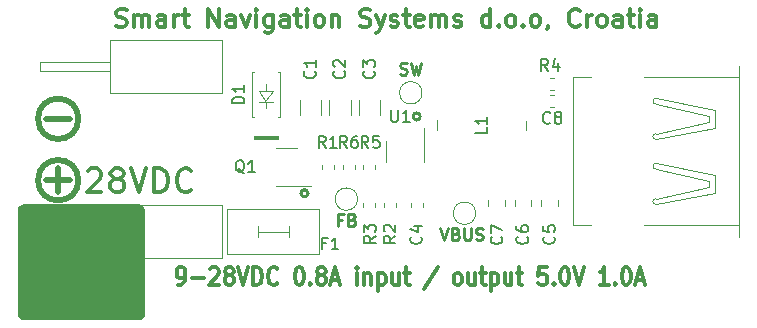
<source format=gto>
G04 #@! TF.GenerationSoftware,KiCad,Pcbnew,5.0.2-bee76a0~70~ubuntu16.04.1*
G04 #@! TF.CreationDate,2019-03-06T23:45:18+01:00*
G04 #@! TF.ProjectId,24VDC_to_USB_voltage_converter,32345644-435f-4746-9f5f-5553425f766f,rev?*
G04 #@! TF.SameCoordinates,Original*
G04 #@! TF.FileFunction,Legend,Top*
G04 #@! TF.FilePolarity,Positive*
%FSLAX46Y46*%
G04 Gerber Fmt 4.6, Leading zero omitted, Abs format (unit mm)*
G04 Created by KiCad (PCBNEW 5.0.2-bee76a0~70~ubuntu16.04.1) date Wed 06 Mar 2019 11:45:18 PM CET*
%MOMM*%
%LPD*%
G01*
G04 APERTURE LIST*
%ADD10C,0.250000*%
%ADD11C,0.200000*%
%ADD12C,0.300000*%
%ADD13C,0.500000*%
%ADD14C,0.120000*%
%ADD15C,0.100000*%
%ADD16C,0.150000*%
G04 APERTURE END LIST*
D10*
X57966666Y-44052380D02*
X58300000Y-45052380D01*
X58633333Y-44052380D01*
X59300000Y-44528571D02*
X59442857Y-44576190D01*
X59490476Y-44623809D01*
X59538095Y-44719047D01*
X59538095Y-44861904D01*
X59490476Y-44957142D01*
X59442857Y-45004761D01*
X59347619Y-45052380D01*
X58966666Y-45052380D01*
X58966666Y-44052380D01*
X59300000Y-44052380D01*
X59395238Y-44100000D01*
X59442857Y-44147619D01*
X59490476Y-44242857D01*
X59490476Y-44338095D01*
X59442857Y-44433333D01*
X59395238Y-44480952D01*
X59300000Y-44528571D01*
X58966666Y-44528571D01*
X59966666Y-44052380D02*
X59966666Y-44861904D01*
X60014285Y-44957142D01*
X60061904Y-45004761D01*
X60157142Y-45052380D01*
X60347619Y-45052380D01*
X60442857Y-45004761D01*
X60490476Y-44957142D01*
X60538095Y-44861904D01*
X60538095Y-44052380D01*
X60966666Y-45004761D02*
X61109523Y-45052380D01*
X61347619Y-45052380D01*
X61442857Y-45004761D01*
X61490476Y-44957142D01*
X61538095Y-44861904D01*
X61538095Y-44766666D01*
X61490476Y-44671428D01*
X61442857Y-44623809D01*
X61347619Y-44576190D01*
X61157142Y-44528571D01*
X61061904Y-44480952D01*
X61014285Y-44433333D01*
X60966666Y-44338095D01*
X60966666Y-44242857D01*
X61014285Y-44147619D01*
X61061904Y-44100000D01*
X61157142Y-44052380D01*
X61395238Y-44052380D01*
X61538095Y-44100000D01*
X49642857Y-43328571D02*
X49309523Y-43328571D01*
X49309523Y-43852380D02*
X49309523Y-42852380D01*
X49785714Y-42852380D01*
X50500000Y-43328571D02*
X50642857Y-43376190D01*
X50690476Y-43423809D01*
X50738095Y-43519047D01*
X50738095Y-43661904D01*
X50690476Y-43757142D01*
X50642857Y-43804761D01*
X50547619Y-43852380D01*
X50166666Y-43852380D01*
X50166666Y-42852380D01*
X50500000Y-42852380D01*
X50595238Y-42900000D01*
X50642857Y-42947619D01*
X50690476Y-43042857D01*
X50690476Y-43138095D01*
X50642857Y-43233333D01*
X50595238Y-43280952D01*
X50500000Y-43328571D01*
X50166666Y-43328571D01*
X54542857Y-31004761D02*
X54685714Y-31052380D01*
X54923809Y-31052380D01*
X55019047Y-31004761D01*
X55066666Y-30957142D01*
X55114285Y-30861904D01*
X55114285Y-30766666D01*
X55066666Y-30671428D01*
X55019047Y-30623809D01*
X54923809Y-30576190D01*
X54733333Y-30528571D01*
X54638095Y-30480952D01*
X54590476Y-30433333D01*
X54542857Y-30338095D01*
X54542857Y-30242857D01*
X54590476Y-30147619D01*
X54638095Y-30100000D01*
X54733333Y-30052380D01*
X54971428Y-30052380D01*
X55114285Y-30100000D01*
X55447619Y-30052380D02*
X55685714Y-31052380D01*
X55876190Y-30338095D01*
X56066666Y-31052380D01*
X56304761Y-30052380D01*
D11*
X56200000Y-34600000D02*
G75*
G03X56200000Y-34600000I-250000J0D01*
G01*
X56303553Y-34600000D02*
G75*
G03X56303553Y-34600000I-353553J0D01*
G01*
X46700000Y-41100000D02*
G75*
G03X46700000Y-41100000I-250000J0D01*
G01*
X46803553Y-41100000D02*
G75*
G03X46803553Y-41100000I-353553J0D01*
G01*
D12*
X35745238Y-48878571D02*
X35992857Y-48878571D01*
X36116666Y-48807142D01*
X36178571Y-48735714D01*
X36302380Y-48521428D01*
X36364285Y-48235714D01*
X36364285Y-47664285D01*
X36302380Y-47521428D01*
X36240476Y-47450000D01*
X36116666Y-47378571D01*
X35869047Y-47378571D01*
X35745238Y-47450000D01*
X35683333Y-47521428D01*
X35621428Y-47664285D01*
X35621428Y-48021428D01*
X35683333Y-48164285D01*
X35745238Y-48235714D01*
X35869047Y-48307142D01*
X36116666Y-48307142D01*
X36240476Y-48235714D01*
X36302380Y-48164285D01*
X36364285Y-48021428D01*
X36921428Y-48307142D02*
X37911904Y-48307142D01*
X38469047Y-47521428D02*
X38530952Y-47450000D01*
X38654761Y-47378571D01*
X38964285Y-47378571D01*
X39088095Y-47450000D01*
X39150000Y-47521428D01*
X39211904Y-47664285D01*
X39211904Y-47807142D01*
X39150000Y-48021428D01*
X38407142Y-48878571D01*
X39211904Y-48878571D01*
X39954761Y-48021428D02*
X39830952Y-47950000D01*
X39769047Y-47878571D01*
X39707142Y-47735714D01*
X39707142Y-47664285D01*
X39769047Y-47521428D01*
X39830952Y-47450000D01*
X39954761Y-47378571D01*
X40202380Y-47378571D01*
X40326190Y-47450000D01*
X40388095Y-47521428D01*
X40450000Y-47664285D01*
X40450000Y-47735714D01*
X40388095Y-47878571D01*
X40326190Y-47950000D01*
X40202380Y-48021428D01*
X39954761Y-48021428D01*
X39830952Y-48092857D01*
X39769047Y-48164285D01*
X39707142Y-48307142D01*
X39707142Y-48592857D01*
X39769047Y-48735714D01*
X39830952Y-48807142D01*
X39954761Y-48878571D01*
X40202380Y-48878571D01*
X40326190Y-48807142D01*
X40388095Y-48735714D01*
X40450000Y-48592857D01*
X40450000Y-48307142D01*
X40388095Y-48164285D01*
X40326190Y-48092857D01*
X40202380Y-48021428D01*
X40821428Y-47378571D02*
X41254761Y-48878571D01*
X41688095Y-47378571D01*
X42121428Y-48878571D02*
X42121428Y-47378571D01*
X42430952Y-47378571D01*
X42616666Y-47450000D01*
X42740476Y-47592857D01*
X42802380Y-47735714D01*
X42864285Y-48021428D01*
X42864285Y-48235714D01*
X42802380Y-48521428D01*
X42740476Y-48664285D01*
X42616666Y-48807142D01*
X42430952Y-48878571D01*
X42121428Y-48878571D01*
X44164285Y-48735714D02*
X44102380Y-48807142D01*
X43916666Y-48878571D01*
X43792857Y-48878571D01*
X43607142Y-48807142D01*
X43483333Y-48664285D01*
X43421428Y-48521428D01*
X43359523Y-48235714D01*
X43359523Y-48021428D01*
X43421428Y-47735714D01*
X43483333Y-47592857D01*
X43607142Y-47450000D01*
X43792857Y-47378571D01*
X43916666Y-47378571D01*
X44102380Y-47450000D01*
X44164285Y-47521428D01*
X45959523Y-47378571D02*
X46083333Y-47378571D01*
X46207142Y-47450000D01*
X46269047Y-47521428D01*
X46330952Y-47664285D01*
X46392857Y-47950000D01*
X46392857Y-48307142D01*
X46330952Y-48592857D01*
X46269047Y-48735714D01*
X46207142Y-48807142D01*
X46083333Y-48878571D01*
X45959523Y-48878571D01*
X45835714Y-48807142D01*
X45773809Y-48735714D01*
X45711904Y-48592857D01*
X45650000Y-48307142D01*
X45650000Y-47950000D01*
X45711904Y-47664285D01*
X45773809Y-47521428D01*
X45835714Y-47450000D01*
X45959523Y-47378571D01*
X46950000Y-48735714D02*
X47011904Y-48807142D01*
X46950000Y-48878571D01*
X46888095Y-48807142D01*
X46950000Y-48735714D01*
X46950000Y-48878571D01*
X47754761Y-48021428D02*
X47630952Y-47950000D01*
X47569047Y-47878571D01*
X47507142Y-47735714D01*
X47507142Y-47664285D01*
X47569047Y-47521428D01*
X47630952Y-47450000D01*
X47754761Y-47378571D01*
X48002380Y-47378571D01*
X48126190Y-47450000D01*
X48188095Y-47521428D01*
X48250000Y-47664285D01*
X48250000Y-47735714D01*
X48188095Y-47878571D01*
X48126190Y-47950000D01*
X48002380Y-48021428D01*
X47754761Y-48021428D01*
X47630952Y-48092857D01*
X47569047Y-48164285D01*
X47507142Y-48307142D01*
X47507142Y-48592857D01*
X47569047Y-48735714D01*
X47630952Y-48807142D01*
X47754761Y-48878571D01*
X48002380Y-48878571D01*
X48126190Y-48807142D01*
X48188095Y-48735714D01*
X48250000Y-48592857D01*
X48250000Y-48307142D01*
X48188095Y-48164285D01*
X48126190Y-48092857D01*
X48002380Y-48021428D01*
X48745238Y-48450000D02*
X49364285Y-48450000D01*
X48621428Y-48878571D02*
X49054761Y-47378571D01*
X49488095Y-48878571D01*
X50911904Y-48878571D02*
X50911904Y-47878571D01*
X50911904Y-47378571D02*
X50850000Y-47450000D01*
X50911904Y-47521428D01*
X50973809Y-47450000D01*
X50911904Y-47378571D01*
X50911904Y-47521428D01*
X51530952Y-47878571D02*
X51530952Y-48878571D01*
X51530952Y-48021428D02*
X51592857Y-47950000D01*
X51716666Y-47878571D01*
X51902380Y-47878571D01*
X52026190Y-47950000D01*
X52088095Y-48092857D01*
X52088095Y-48878571D01*
X52707142Y-47878571D02*
X52707142Y-49378571D01*
X52707142Y-47950000D02*
X52830952Y-47878571D01*
X53078571Y-47878571D01*
X53202380Y-47950000D01*
X53264285Y-48021428D01*
X53326190Y-48164285D01*
X53326190Y-48592857D01*
X53264285Y-48735714D01*
X53202380Y-48807142D01*
X53078571Y-48878571D01*
X52830952Y-48878571D01*
X52707142Y-48807142D01*
X54440476Y-47878571D02*
X54440476Y-48878571D01*
X53883333Y-47878571D02*
X53883333Y-48664285D01*
X53945238Y-48807142D01*
X54069047Y-48878571D01*
X54254761Y-48878571D01*
X54378571Y-48807142D01*
X54440476Y-48735714D01*
X54873809Y-47878571D02*
X55369047Y-47878571D01*
X55059523Y-47378571D02*
X55059523Y-48664285D01*
X55121428Y-48807142D01*
X55245238Y-48878571D01*
X55369047Y-48878571D01*
X57721428Y-47307142D02*
X56607142Y-49235714D01*
X59330952Y-48878571D02*
X59207142Y-48807142D01*
X59145238Y-48735714D01*
X59083333Y-48592857D01*
X59083333Y-48164285D01*
X59145238Y-48021428D01*
X59207142Y-47950000D01*
X59330952Y-47878571D01*
X59516666Y-47878571D01*
X59640476Y-47950000D01*
X59702380Y-48021428D01*
X59764285Y-48164285D01*
X59764285Y-48592857D01*
X59702380Y-48735714D01*
X59640476Y-48807142D01*
X59516666Y-48878571D01*
X59330952Y-48878571D01*
X60878571Y-47878571D02*
X60878571Y-48878571D01*
X60321428Y-47878571D02*
X60321428Y-48664285D01*
X60383333Y-48807142D01*
X60507142Y-48878571D01*
X60692857Y-48878571D01*
X60816666Y-48807142D01*
X60878571Y-48735714D01*
X61311904Y-47878571D02*
X61807142Y-47878571D01*
X61497619Y-47378571D02*
X61497619Y-48664285D01*
X61559523Y-48807142D01*
X61683333Y-48878571D01*
X61807142Y-48878571D01*
X62240476Y-47878571D02*
X62240476Y-49378571D01*
X62240476Y-47950000D02*
X62364285Y-47878571D01*
X62611904Y-47878571D01*
X62735714Y-47950000D01*
X62797619Y-48021428D01*
X62859523Y-48164285D01*
X62859523Y-48592857D01*
X62797619Y-48735714D01*
X62735714Y-48807142D01*
X62611904Y-48878571D01*
X62364285Y-48878571D01*
X62240476Y-48807142D01*
X63973809Y-47878571D02*
X63973809Y-48878571D01*
X63416666Y-47878571D02*
X63416666Y-48664285D01*
X63478571Y-48807142D01*
X63602380Y-48878571D01*
X63788095Y-48878571D01*
X63911904Y-48807142D01*
X63973809Y-48735714D01*
X64407142Y-47878571D02*
X64902380Y-47878571D01*
X64592857Y-47378571D02*
X64592857Y-48664285D01*
X64654761Y-48807142D01*
X64778571Y-48878571D01*
X64902380Y-48878571D01*
X66945238Y-47378571D02*
X66326190Y-47378571D01*
X66264285Y-48092857D01*
X66326190Y-48021428D01*
X66450000Y-47950000D01*
X66759523Y-47950000D01*
X66883333Y-48021428D01*
X66945238Y-48092857D01*
X67007142Y-48235714D01*
X67007142Y-48592857D01*
X66945238Y-48735714D01*
X66883333Y-48807142D01*
X66759523Y-48878571D01*
X66450000Y-48878571D01*
X66326190Y-48807142D01*
X66264285Y-48735714D01*
X67564285Y-48735714D02*
X67626190Y-48807142D01*
X67564285Y-48878571D01*
X67502380Y-48807142D01*
X67564285Y-48735714D01*
X67564285Y-48878571D01*
X68430952Y-47378571D02*
X68554761Y-47378571D01*
X68678571Y-47450000D01*
X68740476Y-47521428D01*
X68802380Y-47664285D01*
X68864285Y-47950000D01*
X68864285Y-48307142D01*
X68802380Y-48592857D01*
X68740476Y-48735714D01*
X68678571Y-48807142D01*
X68554761Y-48878571D01*
X68430952Y-48878571D01*
X68307142Y-48807142D01*
X68245238Y-48735714D01*
X68183333Y-48592857D01*
X68121428Y-48307142D01*
X68121428Y-47950000D01*
X68183333Y-47664285D01*
X68245238Y-47521428D01*
X68307142Y-47450000D01*
X68430952Y-47378571D01*
X69235714Y-47378571D02*
X69669047Y-48878571D01*
X70102380Y-47378571D01*
X72207142Y-48878571D02*
X71464285Y-48878571D01*
X71835714Y-48878571D02*
X71835714Y-47378571D01*
X71711904Y-47592857D01*
X71588095Y-47735714D01*
X71464285Y-47807142D01*
X72764285Y-48735714D02*
X72826190Y-48807142D01*
X72764285Y-48878571D01*
X72702380Y-48807142D01*
X72764285Y-48735714D01*
X72764285Y-48878571D01*
X73630952Y-47378571D02*
X73754761Y-47378571D01*
X73878571Y-47450000D01*
X73940476Y-47521428D01*
X74002380Y-47664285D01*
X74064285Y-47950000D01*
X74064285Y-48307142D01*
X74002380Y-48592857D01*
X73940476Y-48735714D01*
X73878571Y-48807142D01*
X73754761Y-48878571D01*
X73630952Y-48878571D01*
X73507142Y-48807142D01*
X73445238Y-48735714D01*
X73383333Y-48592857D01*
X73321428Y-48307142D01*
X73321428Y-47950000D01*
X73383333Y-47664285D01*
X73445238Y-47521428D01*
X73507142Y-47450000D01*
X73630952Y-47378571D01*
X74559523Y-48450000D02*
X75178571Y-48450000D01*
X74435714Y-48878571D02*
X74869047Y-47378571D01*
X75302380Y-48878571D01*
X28119047Y-39195238D02*
X28214285Y-39100000D01*
X28404761Y-39004761D01*
X28880952Y-39004761D01*
X29071428Y-39100000D01*
X29166666Y-39195238D01*
X29261904Y-39385714D01*
X29261904Y-39576190D01*
X29166666Y-39861904D01*
X28023809Y-41004761D01*
X29261904Y-41004761D01*
X30404761Y-39861904D02*
X30214285Y-39766666D01*
X30119047Y-39671428D01*
X30023809Y-39480952D01*
X30023809Y-39385714D01*
X30119047Y-39195238D01*
X30214285Y-39100000D01*
X30404761Y-39004761D01*
X30785714Y-39004761D01*
X30976190Y-39100000D01*
X31071428Y-39195238D01*
X31166666Y-39385714D01*
X31166666Y-39480952D01*
X31071428Y-39671428D01*
X30976190Y-39766666D01*
X30785714Y-39861904D01*
X30404761Y-39861904D01*
X30214285Y-39957142D01*
X30119047Y-40052380D01*
X30023809Y-40242857D01*
X30023809Y-40623809D01*
X30119047Y-40814285D01*
X30214285Y-40909523D01*
X30404761Y-41004761D01*
X30785714Y-41004761D01*
X30976190Y-40909523D01*
X31071428Y-40814285D01*
X31166666Y-40623809D01*
X31166666Y-40242857D01*
X31071428Y-40052380D01*
X30976190Y-39957142D01*
X30785714Y-39861904D01*
X31738095Y-39004761D02*
X32404761Y-41004761D01*
X33071428Y-39004761D01*
X33738095Y-41004761D02*
X33738095Y-39004761D01*
X34214285Y-39004761D01*
X34500000Y-39100000D01*
X34690476Y-39290476D01*
X34785714Y-39480952D01*
X34880952Y-39861904D01*
X34880952Y-40147619D01*
X34785714Y-40528571D01*
X34690476Y-40719047D01*
X34500000Y-40909523D01*
X34214285Y-41004761D01*
X33738095Y-41004761D01*
X36880952Y-40814285D02*
X36785714Y-40909523D01*
X36500000Y-41004761D01*
X36309523Y-41004761D01*
X36023809Y-40909523D01*
X35833333Y-40719047D01*
X35738095Y-40528571D01*
X35642857Y-40147619D01*
X35642857Y-39861904D01*
X35738095Y-39480952D01*
X35833333Y-39290476D01*
X36023809Y-39100000D01*
X36309523Y-39004761D01*
X36500000Y-39004761D01*
X36785714Y-39100000D01*
X36880952Y-39195238D01*
D13*
X24600000Y-34800000D02*
X26600000Y-34800000D01*
X27308801Y-34800000D02*
G75*
G03X27308801Y-34800000I-1708801J0D01*
G01*
X25600000Y-41000000D02*
X25600000Y-39000000D01*
X27308801Y-40000000D02*
G75*
G03X27308801Y-40000000I-1708801J0D01*
G01*
X24600000Y-40000000D02*
X26600000Y-40000000D01*
D12*
X30532142Y-26932142D02*
X30746428Y-27003571D01*
X31103571Y-27003571D01*
X31246428Y-26932142D01*
X31317857Y-26860714D01*
X31389285Y-26717857D01*
X31389285Y-26575000D01*
X31317857Y-26432142D01*
X31246428Y-26360714D01*
X31103571Y-26289285D01*
X30817857Y-26217857D01*
X30674999Y-26146428D01*
X30603571Y-26075000D01*
X30532142Y-25932142D01*
X30532142Y-25789285D01*
X30603571Y-25646428D01*
X30674999Y-25575000D01*
X30817857Y-25503571D01*
X31174999Y-25503571D01*
X31389285Y-25575000D01*
X32032142Y-27003571D02*
X32032142Y-26003571D01*
X32032142Y-26146428D02*
X32103571Y-26075000D01*
X32246428Y-26003571D01*
X32460714Y-26003571D01*
X32603571Y-26075000D01*
X32674999Y-26217857D01*
X32674999Y-27003571D01*
X32674999Y-26217857D02*
X32746428Y-26075000D01*
X32889285Y-26003571D01*
X33103571Y-26003571D01*
X33246428Y-26075000D01*
X33317857Y-26217857D01*
X33317857Y-27003571D01*
X34674999Y-27003571D02*
X34674999Y-26217857D01*
X34603571Y-26075000D01*
X34460714Y-26003571D01*
X34174999Y-26003571D01*
X34032142Y-26075000D01*
X34674999Y-26932142D02*
X34532142Y-27003571D01*
X34174999Y-27003571D01*
X34032142Y-26932142D01*
X33960714Y-26789285D01*
X33960714Y-26646428D01*
X34032142Y-26503571D01*
X34174999Y-26432142D01*
X34532142Y-26432142D01*
X34674999Y-26360714D01*
X35389285Y-27003571D02*
X35389285Y-26003571D01*
X35389285Y-26289285D02*
X35460714Y-26146428D01*
X35532142Y-26075000D01*
X35674999Y-26003571D01*
X35817857Y-26003571D01*
X36103571Y-26003571D02*
X36675000Y-26003571D01*
X36317857Y-25503571D02*
X36317857Y-26789285D01*
X36389285Y-26932142D01*
X36532142Y-27003571D01*
X36675000Y-27003571D01*
X38317857Y-27003571D02*
X38317857Y-25503571D01*
X39175000Y-27003571D01*
X39175000Y-25503571D01*
X40532142Y-27003571D02*
X40532142Y-26217857D01*
X40460714Y-26075000D01*
X40317857Y-26003571D01*
X40032142Y-26003571D01*
X39889285Y-26075000D01*
X40532142Y-26932142D02*
X40389285Y-27003571D01*
X40032142Y-27003571D01*
X39889285Y-26932142D01*
X39817857Y-26789285D01*
X39817857Y-26646428D01*
X39889285Y-26503571D01*
X40032142Y-26432142D01*
X40389285Y-26432142D01*
X40532142Y-26360714D01*
X41103571Y-26003571D02*
X41460714Y-27003571D01*
X41817857Y-26003571D01*
X42389285Y-27003571D02*
X42389285Y-26003571D01*
X42389285Y-25503571D02*
X42317857Y-25575000D01*
X42389285Y-25646428D01*
X42460714Y-25575000D01*
X42389285Y-25503571D01*
X42389285Y-25646428D01*
X43746428Y-26003571D02*
X43746428Y-27217857D01*
X43674999Y-27360714D01*
X43603571Y-27432142D01*
X43460714Y-27503571D01*
X43246428Y-27503571D01*
X43103571Y-27432142D01*
X43746428Y-26932142D02*
X43603571Y-27003571D01*
X43317857Y-27003571D01*
X43174999Y-26932142D01*
X43103571Y-26860714D01*
X43032142Y-26717857D01*
X43032142Y-26289285D01*
X43103571Y-26146428D01*
X43174999Y-26075000D01*
X43317857Y-26003571D01*
X43603571Y-26003571D01*
X43746428Y-26075000D01*
X45103571Y-27003571D02*
X45103571Y-26217857D01*
X45032142Y-26075000D01*
X44889285Y-26003571D01*
X44603571Y-26003571D01*
X44460714Y-26075000D01*
X45103571Y-26932142D02*
X44960714Y-27003571D01*
X44603571Y-27003571D01*
X44460714Y-26932142D01*
X44389285Y-26789285D01*
X44389285Y-26646428D01*
X44460714Y-26503571D01*
X44603571Y-26432142D01*
X44960714Y-26432142D01*
X45103571Y-26360714D01*
X45603571Y-26003571D02*
X46174999Y-26003571D01*
X45817857Y-25503571D02*
X45817857Y-26789285D01*
X45889285Y-26932142D01*
X46032142Y-27003571D01*
X46174999Y-27003571D01*
X46674999Y-27003571D02*
X46674999Y-26003571D01*
X46674999Y-25503571D02*
X46603571Y-25575000D01*
X46674999Y-25646428D01*
X46746428Y-25575000D01*
X46674999Y-25503571D01*
X46674999Y-25646428D01*
X47603571Y-27003571D02*
X47460714Y-26932142D01*
X47389285Y-26860714D01*
X47317857Y-26717857D01*
X47317857Y-26289285D01*
X47389285Y-26146428D01*
X47460714Y-26075000D01*
X47603571Y-26003571D01*
X47817857Y-26003571D01*
X47960714Y-26075000D01*
X48032142Y-26146428D01*
X48103571Y-26289285D01*
X48103571Y-26717857D01*
X48032142Y-26860714D01*
X47960714Y-26932142D01*
X47817857Y-27003571D01*
X47603571Y-27003571D01*
X48746428Y-26003571D02*
X48746428Y-27003571D01*
X48746428Y-26146428D02*
X48817857Y-26075000D01*
X48960714Y-26003571D01*
X49174999Y-26003571D01*
X49317857Y-26075000D01*
X49389285Y-26217857D01*
X49389285Y-27003571D01*
X51174999Y-26932142D02*
X51389285Y-27003571D01*
X51746428Y-27003571D01*
X51889285Y-26932142D01*
X51960714Y-26860714D01*
X52032142Y-26717857D01*
X52032142Y-26575000D01*
X51960714Y-26432142D01*
X51889285Y-26360714D01*
X51746428Y-26289285D01*
X51460714Y-26217857D01*
X51317857Y-26146428D01*
X51246428Y-26075000D01*
X51174999Y-25932142D01*
X51174999Y-25789285D01*
X51246428Y-25646428D01*
X51317857Y-25575000D01*
X51460714Y-25503571D01*
X51817857Y-25503571D01*
X52032142Y-25575000D01*
X52532142Y-26003571D02*
X52889285Y-27003571D01*
X53246428Y-26003571D02*
X52889285Y-27003571D01*
X52746428Y-27360714D01*
X52674999Y-27432142D01*
X52532142Y-27503571D01*
X53746428Y-26932142D02*
X53889285Y-27003571D01*
X54174999Y-27003571D01*
X54317857Y-26932142D01*
X54389285Y-26789285D01*
X54389285Y-26717857D01*
X54317857Y-26575000D01*
X54174999Y-26503571D01*
X53960714Y-26503571D01*
X53817857Y-26432142D01*
X53746428Y-26289285D01*
X53746428Y-26217857D01*
X53817857Y-26075000D01*
X53960714Y-26003571D01*
X54174999Y-26003571D01*
X54317857Y-26075000D01*
X54817857Y-26003571D02*
X55389285Y-26003571D01*
X55032142Y-25503571D02*
X55032142Y-26789285D01*
X55103571Y-26932142D01*
X55246428Y-27003571D01*
X55389285Y-27003571D01*
X56460714Y-26932142D02*
X56317857Y-27003571D01*
X56032142Y-27003571D01*
X55889285Y-26932142D01*
X55817857Y-26789285D01*
X55817857Y-26217857D01*
X55889285Y-26075000D01*
X56032142Y-26003571D01*
X56317857Y-26003571D01*
X56460714Y-26075000D01*
X56532142Y-26217857D01*
X56532142Y-26360714D01*
X55817857Y-26503571D01*
X57174999Y-27003571D02*
X57174999Y-26003571D01*
X57174999Y-26146428D02*
X57246428Y-26075000D01*
X57389285Y-26003571D01*
X57603571Y-26003571D01*
X57746428Y-26075000D01*
X57817857Y-26217857D01*
X57817857Y-27003571D01*
X57817857Y-26217857D02*
X57889285Y-26075000D01*
X58032142Y-26003571D01*
X58246428Y-26003571D01*
X58389285Y-26075000D01*
X58460714Y-26217857D01*
X58460714Y-27003571D01*
X59103571Y-26932142D02*
X59246428Y-27003571D01*
X59532142Y-27003571D01*
X59674999Y-26932142D01*
X59746428Y-26789285D01*
X59746428Y-26717857D01*
X59674999Y-26575000D01*
X59532142Y-26503571D01*
X59317857Y-26503571D01*
X59174999Y-26432142D01*
X59103571Y-26289285D01*
X59103571Y-26217857D01*
X59174999Y-26075000D01*
X59317857Y-26003571D01*
X59532142Y-26003571D01*
X59674999Y-26075000D01*
X62174999Y-27003571D02*
X62174999Y-25503571D01*
X62174999Y-26932142D02*
X62032142Y-27003571D01*
X61746428Y-27003571D01*
X61603571Y-26932142D01*
X61532142Y-26860714D01*
X61460714Y-26717857D01*
X61460714Y-26289285D01*
X61532142Y-26146428D01*
X61603571Y-26075000D01*
X61746428Y-26003571D01*
X62032142Y-26003571D01*
X62174999Y-26075000D01*
X62889285Y-26860714D02*
X62960714Y-26932142D01*
X62889285Y-27003571D01*
X62817857Y-26932142D01*
X62889285Y-26860714D01*
X62889285Y-27003571D01*
X63817857Y-27003571D02*
X63674999Y-26932142D01*
X63603571Y-26860714D01*
X63532142Y-26717857D01*
X63532142Y-26289285D01*
X63603571Y-26146428D01*
X63674999Y-26075000D01*
X63817857Y-26003571D01*
X64032142Y-26003571D01*
X64174999Y-26075000D01*
X64246428Y-26146428D01*
X64317857Y-26289285D01*
X64317857Y-26717857D01*
X64246428Y-26860714D01*
X64174999Y-26932142D01*
X64032142Y-27003571D01*
X63817857Y-27003571D01*
X64960714Y-26860714D02*
X65032142Y-26932142D01*
X64960714Y-27003571D01*
X64889285Y-26932142D01*
X64960714Y-26860714D01*
X64960714Y-27003571D01*
X65889285Y-27003571D02*
X65746428Y-26932142D01*
X65674999Y-26860714D01*
X65603571Y-26717857D01*
X65603571Y-26289285D01*
X65674999Y-26146428D01*
X65746428Y-26075000D01*
X65889285Y-26003571D01*
X66103571Y-26003571D01*
X66246428Y-26075000D01*
X66317857Y-26146428D01*
X66389285Y-26289285D01*
X66389285Y-26717857D01*
X66317857Y-26860714D01*
X66246428Y-26932142D01*
X66103571Y-27003571D01*
X65889285Y-27003571D01*
X67103571Y-26932142D02*
X67103571Y-27003571D01*
X67032142Y-27146428D01*
X66960714Y-27217857D01*
X69746428Y-26860714D02*
X69675000Y-26932142D01*
X69460714Y-27003571D01*
X69317857Y-27003571D01*
X69103571Y-26932142D01*
X68960714Y-26789285D01*
X68889285Y-26646428D01*
X68817857Y-26360714D01*
X68817857Y-26146428D01*
X68889285Y-25860714D01*
X68960714Y-25717857D01*
X69103571Y-25575000D01*
X69317857Y-25503571D01*
X69460714Y-25503571D01*
X69675000Y-25575000D01*
X69746428Y-25646428D01*
X70389285Y-27003571D02*
X70389285Y-26003571D01*
X70389285Y-26289285D02*
X70460714Y-26146428D01*
X70532142Y-26075000D01*
X70675000Y-26003571D01*
X70817857Y-26003571D01*
X71532142Y-27003571D02*
X71389285Y-26932142D01*
X71317857Y-26860714D01*
X71246428Y-26717857D01*
X71246428Y-26289285D01*
X71317857Y-26146428D01*
X71389285Y-26075000D01*
X71532142Y-26003571D01*
X71746428Y-26003571D01*
X71889285Y-26075000D01*
X71960714Y-26146428D01*
X72032142Y-26289285D01*
X72032142Y-26717857D01*
X71960714Y-26860714D01*
X71889285Y-26932142D01*
X71746428Y-27003571D01*
X71532142Y-27003571D01*
X73317857Y-27003571D02*
X73317857Y-26217857D01*
X73246428Y-26075000D01*
X73103571Y-26003571D01*
X72817857Y-26003571D01*
X72675000Y-26075000D01*
X73317857Y-26932142D02*
X73175000Y-27003571D01*
X72817857Y-27003571D01*
X72675000Y-26932142D01*
X72603571Y-26789285D01*
X72603571Y-26646428D01*
X72675000Y-26503571D01*
X72817857Y-26432142D01*
X73175000Y-26432142D01*
X73317857Y-26360714D01*
X73817857Y-26003571D02*
X74389285Y-26003571D01*
X74032142Y-25503571D02*
X74032142Y-26789285D01*
X74103571Y-26932142D01*
X74246428Y-27003571D01*
X74389285Y-27003571D01*
X74889285Y-27003571D02*
X74889285Y-26003571D01*
X74889285Y-25503571D02*
X74817857Y-25575000D01*
X74889285Y-25646428D01*
X74960714Y-25575000D01*
X74889285Y-25503571D01*
X74889285Y-25646428D01*
X76246428Y-27003571D02*
X76246428Y-26217857D01*
X76175000Y-26075000D01*
X76032142Y-26003571D01*
X75746428Y-26003571D01*
X75603571Y-26075000D01*
X76246428Y-26932142D02*
X76103571Y-27003571D01*
X75746428Y-27003571D01*
X75603571Y-26932142D01*
X75532142Y-26789285D01*
X75532142Y-26646428D01*
X75603571Y-26503571D01*
X75746428Y-26432142D01*
X76103571Y-26432142D01*
X76246428Y-26360714D01*
D14*
G04 #@! TO.C,U1*
X56560000Y-38500000D02*
X56560000Y-35550000D01*
X53340000Y-36700000D02*
X53340000Y-38500000D01*
G04 #@! TO.C,C4*
X55440000Y-42262779D02*
X55440000Y-41937221D01*
X56460000Y-42262779D02*
X56460000Y-41937221D01*
G04 #@! TO.C,C8*
X67579587Y-32821307D02*
X67254029Y-32821307D01*
X67579587Y-33841307D02*
X67254029Y-33841307D01*
G04 #@! TO.C,C2*
X50360000Y-34452064D02*
X50360000Y-33247936D01*
X48540000Y-34452064D02*
X48540000Y-33247936D01*
G04 #@! TO.C,C3*
X51040000Y-34452064D02*
X51040000Y-33247936D01*
X52860000Y-34452064D02*
X52860000Y-33247936D01*
G04 #@! TO.C,C1*
X47860000Y-34452064D02*
X47860000Y-33247936D01*
X46040000Y-34452064D02*
X46040000Y-33247936D01*
G04 #@! TO.C,L1*
X57650000Y-35750000D02*
X57650000Y-34900000D01*
X65250000Y-35750000D02*
X65250000Y-34950000D01*
D15*
G04 #@! TO.C,J2*
X76200000Y-36550000D02*
G75*
G02X76200000Y-36050000I0J250000D01*
G01*
X76200000Y-33550000D02*
G75*
G02X76200000Y-33050000I0J250000D01*
G01*
X76200000Y-39050000D02*
G75*
G02X76200000Y-38550000I0J250000D01*
G01*
X76200000Y-42050000D02*
G75*
G02X76200000Y-41550000I0J250000D01*
G01*
X80700000Y-34550000D02*
X76200000Y-33550000D01*
X80700000Y-35050000D02*
X80700000Y-34550000D01*
X76200000Y-36050000D02*
X80700000Y-35050000D01*
X80700000Y-40050000D02*
X76200000Y-39050000D01*
X80700000Y-40550000D02*
X80700000Y-40050000D01*
X76200000Y-41550000D02*
X80700000Y-40550000D01*
X81200000Y-34050000D02*
X76200000Y-33050000D01*
X81200000Y-35550000D02*
X81200000Y-34050000D01*
X76200000Y-36550000D02*
X81200000Y-35550000D01*
X81200000Y-39550000D02*
X76200000Y-38550000D01*
X81200000Y-41050000D02*
X81200000Y-39550000D01*
X76200000Y-42050000D02*
X81200000Y-41050000D01*
X83200000Y-43800000D02*
X83200000Y-44800000D01*
X83200000Y-31300000D02*
X83200000Y-30300000D01*
X69200000Y-31300000D02*
X70750000Y-31300000D01*
X83200000Y-31300000D02*
X75200000Y-31300000D01*
X83200000Y-43800000D02*
X75200000Y-43800000D01*
X69200000Y-43800000D02*
X70750000Y-43800000D01*
X83200000Y-43800000D02*
X83200000Y-31300000D01*
X69200000Y-43800000D02*
X69200000Y-31300000D01*
G04 #@! TO.C,D1*
X42300000Y-36550000D02*
X42300000Y-36250000D01*
X42200000Y-36550000D02*
X42300000Y-36550000D01*
X42200000Y-36250000D02*
X42200000Y-36550000D01*
X44200000Y-36550000D02*
X42300000Y-36550000D01*
X44200000Y-36450000D02*
X44200000Y-36550000D01*
X42300000Y-36450000D02*
X44200000Y-36450000D01*
X42300000Y-36350000D02*
X42300000Y-36450000D01*
X44200000Y-36350000D02*
X42300000Y-36350000D01*
X44200000Y-36250000D02*
X44200000Y-36350000D01*
X42300000Y-36250000D02*
X44200000Y-36250000D01*
X43200000Y-32450000D02*
X43200000Y-31850000D01*
X43800000Y-32450000D02*
X43200000Y-33250000D01*
X42600000Y-32450000D02*
X43800000Y-32450000D01*
X43200000Y-33350000D02*
X42600000Y-32450000D01*
X42600000Y-33350000D02*
X43800000Y-33350000D01*
X43200000Y-33850000D02*
X43200000Y-33450000D01*
X44400000Y-30850000D02*
X44200000Y-30850000D01*
X44400000Y-34650000D02*
X44400000Y-30850000D01*
X44200000Y-34650000D02*
X44400000Y-34650000D01*
X42000000Y-34650000D02*
X42200000Y-34650000D01*
X42000000Y-30850000D02*
X42000000Y-34650000D01*
X42200000Y-30850000D02*
X42000000Y-30850000D01*
G04 #@! TO.C,F1*
X42500000Y-44350000D02*
X45100000Y-44350000D01*
X45100000Y-43850000D02*
X45100000Y-44850000D01*
X42500000Y-43850000D02*
X42500000Y-44850000D01*
X47700000Y-42450000D02*
X39900000Y-42450000D01*
X47700000Y-46250000D02*
X47700000Y-42450000D01*
X39900000Y-46250000D02*
X47700000Y-46250000D01*
X39900000Y-42450000D02*
X39900000Y-46250000D01*
G04 #@! TO.C,J1*
X39450000Y-46600000D02*
X39450000Y-42100000D01*
X39450000Y-42100000D02*
X29950000Y-42100000D01*
X29950000Y-42100000D02*
X29950000Y-46600000D01*
X29950000Y-46600000D02*
X39450000Y-46600000D01*
X29900000Y-44750000D02*
X24100000Y-44750000D01*
X24100000Y-44750000D02*
X24100000Y-43950000D01*
X24100000Y-43950000D02*
X29900000Y-43950000D01*
G04 #@! TO.C,J3*
X24100000Y-29950000D02*
X29900000Y-29950000D01*
X24100000Y-30750000D02*
X24100000Y-29950000D01*
X29900000Y-30750000D02*
X24100000Y-30750000D01*
X29950000Y-32600000D02*
X39450000Y-32600000D01*
X29950000Y-28100000D02*
X29950000Y-32600000D01*
X39450000Y-28100000D02*
X29950000Y-28100000D01*
X39450000Y-32600000D02*
X39450000Y-28100000D01*
D14*
G04 #@! TO.C,Q1*
X44050000Y-40460000D02*
X47000000Y-40460000D01*
X45850000Y-37240000D02*
X44050000Y-37240000D01*
G04 #@! TO.C,R1*
X48960000Y-38687221D02*
X48960000Y-39012779D01*
X47940000Y-38687221D02*
X47940000Y-39012779D01*
G04 #@! TO.C,R2*
X54210000Y-42262779D02*
X54210000Y-41937221D01*
X53190000Y-42262779D02*
X53190000Y-41937221D01*
G04 #@! TO.C,R3*
X52460000Y-41937221D02*
X52460000Y-42262779D01*
X51440000Y-41937221D02*
X51440000Y-42262779D01*
G04 #@! TO.C,R4*
X67579587Y-31321307D02*
X67254029Y-31321307D01*
X67579587Y-32341307D02*
X67254029Y-32341307D01*
G04 #@! TO.C,R5*
X52460000Y-38687221D02*
X52460000Y-39012779D01*
X51440000Y-38687221D02*
X51440000Y-39012779D01*
G04 #@! TO.C,R6*
X50710000Y-39012779D02*
X50710000Y-38687221D01*
X49690000Y-39012779D02*
X49690000Y-38687221D01*
G04 #@! TO.C,C7*
X61990000Y-41666421D02*
X61990000Y-42183577D01*
X63410000Y-41666421D02*
X63410000Y-42183577D01*
G04 #@! TO.C,C6*
X65660000Y-41666421D02*
X65660000Y-42183577D01*
X64240000Y-41666421D02*
X64240000Y-42183577D01*
G04 #@! TO.C,C5*
X66490000Y-41666421D02*
X66490000Y-42183577D01*
X67910000Y-41666421D02*
X67910000Y-42183577D01*
G04 #@! TO.C,TP3*
X56400000Y-32600000D02*
G75*
G03X56400000Y-32600000I-950000J0D01*
G01*
G04 #@! TO.C,TP1*
X60950000Y-42800000D02*
G75*
G03X60950000Y-42800000I-950000J0D01*
G01*
G04 #@! TO.C,TP2*
X50950000Y-41600000D02*
G75*
G03X50950000Y-41600000I-950000J0D01*
G01*
G04 #@! TO.C,U1*
D16*
X53788095Y-34052380D02*
X53788095Y-34861904D01*
X53835714Y-34957142D01*
X53883333Y-35004761D01*
X53978571Y-35052380D01*
X54169047Y-35052380D01*
X54264285Y-35004761D01*
X54311904Y-34957142D01*
X54359523Y-34861904D01*
X54359523Y-34052380D01*
X55359523Y-35052380D02*
X54788095Y-35052380D01*
X55073809Y-35052380D02*
X55073809Y-34052380D01*
X54978571Y-34195238D01*
X54883333Y-34290476D01*
X54788095Y-34338095D01*
G04 #@! TO.C,C4*
X56307142Y-44766666D02*
X56354761Y-44814285D01*
X56402380Y-44957142D01*
X56402380Y-45052380D01*
X56354761Y-45195238D01*
X56259523Y-45290476D01*
X56164285Y-45338095D01*
X55973809Y-45385714D01*
X55830952Y-45385714D01*
X55640476Y-45338095D01*
X55545238Y-45290476D01*
X55450000Y-45195238D01*
X55402380Y-45052380D01*
X55402380Y-44957142D01*
X55450000Y-44814285D01*
X55497619Y-44766666D01*
X55735714Y-43909523D02*
X56402380Y-43909523D01*
X55354761Y-44147619D02*
X56069047Y-44385714D01*
X56069047Y-43766666D01*
G04 #@! TO.C,C8*
X67250141Y-35118449D02*
X67202522Y-35166068D01*
X67059665Y-35213687D01*
X66964427Y-35213687D01*
X66821569Y-35166068D01*
X66726331Y-35070830D01*
X66678712Y-34975592D01*
X66631093Y-34785116D01*
X66631093Y-34642259D01*
X66678712Y-34451783D01*
X66726331Y-34356545D01*
X66821569Y-34261307D01*
X66964427Y-34213687D01*
X67059665Y-34213687D01*
X67202522Y-34261307D01*
X67250141Y-34308926D01*
X67821569Y-34642259D02*
X67726331Y-34594640D01*
X67678712Y-34547021D01*
X67631093Y-34451783D01*
X67631093Y-34404164D01*
X67678712Y-34308926D01*
X67726331Y-34261307D01*
X67821569Y-34213687D01*
X68012046Y-34213687D01*
X68107284Y-34261307D01*
X68154903Y-34308926D01*
X68202522Y-34404164D01*
X68202522Y-34451783D01*
X68154903Y-34547021D01*
X68107284Y-34594640D01*
X68012046Y-34642259D01*
X67821569Y-34642259D01*
X67726331Y-34689878D01*
X67678712Y-34737497D01*
X67631093Y-34832735D01*
X67631093Y-35023211D01*
X67678712Y-35118449D01*
X67726331Y-35166068D01*
X67821569Y-35213687D01*
X68012046Y-35213687D01*
X68107284Y-35166068D01*
X68154903Y-35118449D01*
X68202522Y-35023211D01*
X68202522Y-34832735D01*
X68154903Y-34737497D01*
X68107284Y-34689878D01*
X68012046Y-34642259D01*
G04 #@! TO.C,C2*
X49807142Y-30766666D02*
X49854761Y-30814285D01*
X49902380Y-30957142D01*
X49902380Y-31052380D01*
X49854761Y-31195238D01*
X49759523Y-31290476D01*
X49664285Y-31338095D01*
X49473809Y-31385714D01*
X49330952Y-31385714D01*
X49140476Y-31338095D01*
X49045238Y-31290476D01*
X48950000Y-31195238D01*
X48902380Y-31052380D01*
X48902380Y-30957142D01*
X48950000Y-30814285D01*
X48997619Y-30766666D01*
X48997619Y-30385714D02*
X48950000Y-30338095D01*
X48902380Y-30242857D01*
X48902380Y-30004761D01*
X48950000Y-29909523D01*
X48997619Y-29861904D01*
X49092857Y-29814285D01*
X49188095Y-29814285D01*
X49330952Y-29861904D01*
X49902380Y-30433333D01*
X49902380Y-29814285D01*
G04 #@! TO.C,C3*
X52307142Y-30766666D02*
X52354761Y-30814285D01*
X52402380Y-30957142D01*
X52402380Y-31052380D01*
X52354761Y-31195238D01*
X52259523Y-31290476D01*
X52164285Y-31338095D01*
X51973809Y-31385714D01*
X51830952Y-31385714D01*
X51640476Y-31338095D01*
X51545238Y-31290476D01*
X51450000Y-31195238D01*
X51402380Y-31052380D01*
X51402380Y-30957142D01*
X51450000Y-30814285D01*
X51497619Y-30766666D01*
X51402380Y-30433333D02*
X51402380Y-29814285D01*
X51783333Y-30147619D01*
X51783333Y-30004761D01*
X51830952Y-29909523D01*
X51878571Y-29861904D01*
X51973809Y-29814285D01*
X52211904Y-29814285D01*
X52307142Y-29861904D01*
X52354761Y-29909523D01*
X52402380Y-30004761D01*
X52402380Y-30290476D01*
X52354761Y-30385714D01*
X52307142Y-30433333D01*
G04 #@! TO.C,C1*
X47307142Y-30766666D02*
X47354761Y-30814285D01*
X47402380Y-30957142D01*
X47402380Y-31052380D01*
X47354761Y-31195238D01*
X47259523Y-31290476D01*
X47164285Y-31338095D01*
X46973809Y-31385714D01*
X46830952Y-31385714D01*
X46640476Y-31338095D01*
X46545238Y-31290476D01*
X46450000Y-31195238D01*
X46402380Y-31052380D01*
X46402380Y-30957142D01*
X46450000Y-30814285D01*
X46497619Y-30766666D01*
X47402380Y-29814285D02*
X47402380Y-30385714D01*
X47402380Y-30100000D02*
X46402380Y-30100000D01*
X46545238Y-30195238D01*
X46640476Y-30290476D01*
X46688095Y-30385714D01*
G04 #@! TO.C,L1*
X61902380Y-35516666D02*
X61902380Y-35992857D01*
X60902380Y-35992857D01*
X61902380Y-34659523D02*
X61902380Y-35230952D01*
X61902380Y-34945238D02*
X60902380Y-34945238D01*
X61045238Y-35040476D01*
X61140476Y-35135714D01*
X61188095Y-35230952D01*
G04 #@! TO.C,D1*
X41352380Y-33488095D02*
X40352380Y-33488095D01*
X40352380Y-33250000D01*
X40400000Y-33107142D01*
X40495238Y-33011904D01*
X40590476Y-32964285D01*
X40780952Y-32916666D01*
X40923809Y-32916666D01*
X41114285Y-32964285D01*
X41209523Y-33011904D01*
X41304761Y-33107142D01*
X41352380Y-33250000D01*
X41352380Y-33488095D01*
X41352380Y-31964285D02*
X41352380Y-32535714D01*
X41352380Y-32250000D02*
X40352380Y-32250000D01*
X40495238Y-32345238D01*
X40590476Y-32440476D01*
X40638095Y-32535714D01*
G04 #@! TO.C,F1*
X48266666Y-45328571D02*
X47933333Y-45328571D01*
X47933333Y-45852380D02*
X47933333Y-44852380D01*
X48409523Y-44852380D01*
X49314285Y-45852380D02*
X48742857Y-45852380D01*
X49028571Y-45852380D02*
X49028571Y-44852380D01*
X48933333Y-44995238D01*
X48838095Y-45090476D01*
X48742857Y-45138095D01*
G04 #@! TO.C,Q1*
X41354761Y-39397619D02*
X41259523Y-39350000D01*
X41164285Y-39254761D01*
X41021428Y-39111904D01*
X40926190Y-39064285D01*
X40830952Y-39064285D01*
X40878571Y-39302380D02*
X40783333Y-39254761D01*
X40688095Y-39159523D01*
X40640476Y-38969047D01*
X40640476Y-38635714D01*
X40688095Y-38445238D01*
X40783333Y-38350000D01*
X40878571Y-38302380D01*
X41069047Y-38302380D01*
X41164285Y-38350000D01*
X41259523Y-38445238D01*
X41307142Y-38635714D01*
X41307142Y-38969047D01*
X41259523Y-39159523D01*
X41164285Y-39254761D01*
X41069047Y-39302380D01*
X40878571Y-39302380D01*
X42259523Y-39302380D02*
X41688095Y-39302380D01*
X41973809Y-39302380D02*
X41973809Y-38302380D01*
X41878571Y-38445238D01*
X41783333Y-38540476D01*
X41688095Y-38588095D01*
G04 #@! TO.C,R1*
X48233333Y-37252380D02*
X47900000Y-36776190D01*
X47661904Y-37252380D02*
X47661904Y-36252380D01*
X48042857Y-36252380D01*
X48138095Y-36300000D01*
X48185714Y-36347619D01*
X48233333Y-36442857D01*
X48233333Y-36585714D01*
X48185714Y-36680952D01*
X48138095Y-36728571D01*
X48042857Y-36776190D01*
X47661904Y-36776190D01*
X49185714Y-37252380D02*
X48614285Y-37252380D01*
X48900000Y-37252380D02*
X48900000Y-36252380D01*
X48804761Y-36395238D01*
X48709523Y-36490476D01*
X48614285Y-36538095D01*
G04 #@! TO.C,R2*
X54152380Y-44716666D02*
X53676190Y-45050000D01*
X54152380Y-45288095D02*
X53152380Y-45288095D01*
X53152380Y-44907142D01*
X53200000Y-44811904D01*
X53247619Y-44764285D01*
X53342857Y-44716666D01*
X53485714Y-44716666D01*
X53580952Y-44764285D01*
X53628571Y-44811904D01*
X53676190Y-44907142D01*
X53676190Y-45288095D01*
X53247619Y-44335714D02*
X53200000Y-44288095D01*
X53152380Y-44192857D01*
X53152380Y-43954761D01*
X53200000Y-43859523D01*
X53247619Y-43811904D01*
X53342857Y-43764285D01*
X53438095Y-43764285D01*
X53580952Y-43811904D01*
X54152380Y-44383333D01*
X54152380Y-43764285D01*
G04 #@! TO.C,R3*
X52477380Y-44716666D02*
X52001190Y-45050000D01*
X52477380Y-45288095D02*
X51477380Y-45288095D01*
X51477380Y-44907142D01*
X51525000Y-44811904D01*
X51572619Y-44764285D01*
X51667857Y-44716666D01*
X51810714Y-44716666D01*
X51905952Y-44764285D01*
X51953571Y-44811904D01*
X52001190Y-44907142D01*
X52001190Y-45288095D01*
X51477380Y-44383333D02*
X51477380Y-43764285D01*
X51858333Y-44097619D01*
X51858333Y-43954761D01*
X51905952Y-43859523D01*
X51953571Y-43811904D01*
X52048809Y-43764285D01*
X52286904Y-43764285D01*
X52382142Y-43811904D01*
X52429761Y-43859523D01*
X52477380Y-43954761D01*
X52477380Y-44240476D01*
X52429761Y-44335714D01*
X52382142Y-44383333D01*
G04 #@! TO.C,R4*
X67075141Y-30733687D02*
X66741808Y-30257497D01*
X66503712Y-30733687D02*
X66503712Y-29733687D01*
X66884665Y-29733687D01*
X66979903Y-29781307D01*
X67027522Y-29828926D01*
X67075141Y-29924164D01*
X67075141Y-30067021D01*
X67027522Y-30162259D01*
X66979903Y-30209878D01*
X66884665Y-30257497D01*
X66503712Y-30257497D01*
X67932284Y-30067021D02*
X67932284Y-30733687D01*
X67694188Y-29686068D02*
X67456093Y-30400354D01*
X68075141Y-30400354D01*
G04 #@! TO.C,R5*
X51858333Y-37252380D02*
X51525000Y-36776190D01*
X51286904Y-37252380D02*
X51286904Y-36252380D01*
X51667857Y-36252380D01*
X51763095Y-36300000D01*
X51810714Y-36347619D01*
X51858333Y-36442857D01*
X51858333Y-36585714D01*
X51810714Y-36680952D01*
X51763095Y-36728571D01*
X51667857Y-36776190D01*
X51286904Y-36776190D01*
X52763095Y-36252380D02*
X52286904Y-36252380D01*
X52239285Y-36728571D01*
X52286904Y-36680952D01*
X52382142Y-36633333D01*
X52620238Y-36633333D01*
X52715476Y-36680952D01*
X52763095Y-36728571D01*
X52810714Y-36823809D01*
X52810714Y-37061904D01*
X52763095Y-37157142D01*
X52715476Y-37204761D01*
X52620238Y-37252380D01*
X52382142Y-37252380D01*
X52286904Y-37204761D01*
X52239285Y-37157142D01*
G04 #@! TO.C,R6*
X50033333Y-37252380D02*
X49700000Y-36776190D01*
X49461904Y-37252380D02*
X49461904Y-36252380D01*
X49842857Y-36252380D01*
X49938095Y-36300000D01*
X49985714Y-36347619D01*
X50033333Y-36442857D01*
X50033333Y-36585714D01*
X49985714Y-36680952D01*
X49938095Y-36728571D01*
X49842857Y-36776190D01*
X49461904Y-36776190D01*
X50890476Y-36252380D02*
X50700000Y-36252380D01*
X50604761Y-36300000D01*
X50557142Y-36347619D01*
X50461904Y-36490476D01*
X50414285Y-36680952D01*
X50414285Y-37061904D01*
X50461904Y-37157142D01*
X50509523Y-37204761D01*
X50604761Y-37252380D01*
X50795238Y-37252380D01*
X50890476Y-37204761D01*
X50938095Y-37157142D01*
X50985714Y-37061904D01*
X50985714Y-36823809D01*
X50938095Y-36728571D01*
X50890476Y-36680952D01*
X50795238Y-36633333D01*
X50604761Y-36633333D01*
X50509523Y-36680952D01*
X50461904Y-36728571D01*
X50414285Y-36823809D01*
G04 #@! TO.C,C7*
X63107142Y-44766666D02*
X63154761Y-44814285D01*
X63202380Y-44957142D01*
X63202380Y-45052380D01*
X63154761Y-45195238D01*
X63059523Y-45290476D01*
X62964285Y-45338095D01*
X62773809Y-45385714D01*
X62630952Y-45385714D01*
X62440476Y-45338095D01*
X62345238Y-45290476D01*
X62250000Y-45195238D01*
X62202380Y-45052380D01*
X62202380Y-44957142D01*
X62250000Y-44814285D01*
X62297619Y-44766666D01*
X62202380Y-44433333D02*
X62202380Y-43766666D01*
X63202380Y-44195238D01*
G04 #@! TO.C,C6*
X65307142Y-44766666D02*
X65354761Y-44814285D01*
X65402380Y-44957142D01*
X65402380Y-45052380D01*
X65354761Y-45195238D01*
X65259523Y-45290476D01*
X65164285Y-45338095D01*
X64973809Y-45385714D01*
X64830952Y-45385714D01*
X64640476Y-45338095D01*
X64545238Y-45290476D01*
X64450000Y-45195238D01*
X64402380Y-45052380D01*
X64402380Y-44957142D01*
X64450000Y-44814285D01*
X64497619Y-44766666D01*
X64402380Y-43909523D02*
X64402380Y-44100000D01*
X64450000Y-44195238D01*
X64497619Y-44242857D01*
X64640476Y-44338095D01*
X64830952Y-44385714D01*
X65211904Y-44385714D01*
X65307142Y-44338095D01*
X65354761Y-44290476D01*
X65402380Y-44195238D01*
X65402380Y-44004761D01*
X65354761Y-43909523D01*
X65307142Y-43861904D01*
X65211904Y-43814285D01*
X64973809Y-43814285D01*
X64878571Y-43861904D01*
X64830952Y-43909523D01*
X64783333Y-44004761D01*
X64783333Y-44195238D01*
X64830952Y-44290476D01*
X64878571Y-44338095D01*
X64973809Y-44385714D01*
G04 #@! TO.C,C5*
X67557142Y-44766666D02*
X67604761Y-44814285D01*
X67652380Y-44957142D01*
X67652380Y-45052380D01*
X67604761Y-45195238D01*
X67509523Y-45290476D01*
X67414285Y-45338095D01*
X67223809Y-45385714D01*
X67080952Y-45385714D01*
X66890476Y-45338095D01*
X66795238Y-45290476D01*
X66700000Y-45195238D01*
X66652380Y-45052380D01*
X66652380Y-44957142D01*
X66700000Y-44814285D01*
X66747619Y-44766666D01*
X66652380Y-43861904D02*
X66652380Y-44338095D01*
X67128571Y-44385714D01*
X67080952Y-44338095D01*
X67033333Y-44242857D01*
X67033333Y-44004761D01*
X67080952Y-43909523D01*
X67128571Y-43861904D01*
X67223809Y-43814285D01*
X67461904Y-43814285D01*
X67557142Y-43861904D01*
X67604761Y-43909523D01*
X67652380Y-44004761D01*
X67652380Y-44242857D01*
X67604761Y-44338095D01*
X67557142Y-44385714D01*
G04 #@! TD*
D12*
G36*
X32574409Y-42251151D02*
X32700514Y-42376614D01*
X32752640Y-42567896D01*
X32797337Y-51328401D01*
X32746522Y-51521321D01*
X32620288Y-51648202D01*
X32427629Y-51700000D01*
X22719748Y-51700000D01*
X22527645Y-51648526D01*
X22401474Y-51522355D01*
X22350000Y-51330252D01*
X22350000Y-42569748D01*
X22401474Y-42377645D01*
X22527645Y-42251474D01*
X22719748Y-42200000D01*
X32382861Y-42200000D01*
X32574409Y-42251151D01*
X32574409Y-42251151D01*
G37*
X32574409Y-42251151D02*
X32700514Y-42376614D01*
X32752640Y-42567896D01*
X32797337Y-51328401D01*
X32746522Y-51521321D01*
X32620288Y-51648202D01*
X32427629Y-51700000D01*
X22719748Y-51700000D01*
X22527645Y-51648526D01*
X22401474Y-51522355D01*
X22350000Y-51330252D01*
X22350000Y-42569748D01*
X22401474Y-42377645D01*
X22527645Y-42251474D01*
X22719748Y-42200000D01*
X32382861Y-42200000D01*
X32574409Y-42251151D01*
M02*

</source>
